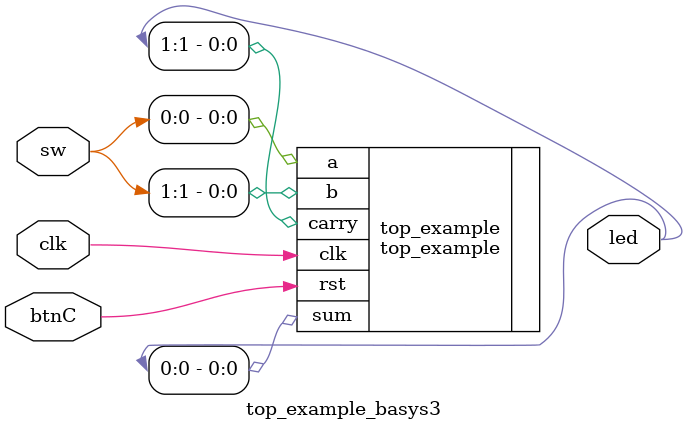
<source format=sv>
`timescale 1 ns / 1 ps

module top_example_basys3 (
    input clk,
    input btnC,
    input  wire [1:0]  sw,
    output wire [1:0] led
);

    top_example top_example (
        .clk(clk),
        .rst(btnC),
        .a(sw[0]),
        .b(sw[1]),
        .sum(led[0]),
        .carry(led[1])
    );

endmodule

</source>
